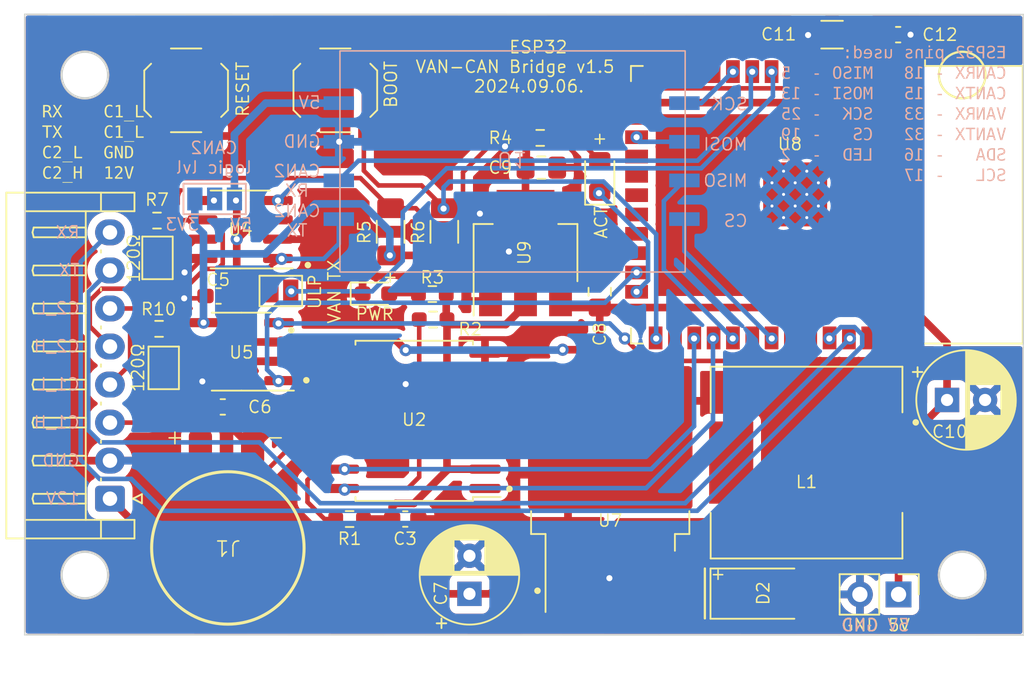
<source format=kicad_pcb>
(kicad_pcb (version 20221018) (generator pcbnew)
  (layers (0 "F.Cu" signal) (31 "B.Cu" signal) (34 "B.Paste" user) (35 "F.Paste" user) (36 "B.SilkS" user "B.Silkscreen") (37 "F.SilkS" user "F.Silkscreen") (38 "B.Mask" user) (39 "F.Mask" user) (44 "Edge.Cuts" user))
  (net 0 "")
  (net 1 "GNDD")
  (net 2 "5V")
  (net 3 "/MOSI")
  (net 4 "/SCK")
  (net 5 "/MISO")
  (net 6 "/+12V")
  (net 7 "/3V3")
  (net 8 "/CAN_TX")
  (net 9 "/CAN_RX")
  (net 10 "Net-(D1-A)")
  (net 11 "/LED")
  (net 12 "Net-(D3-A)")
  (net 13 "/TXD")
  (net 14 "/CAN1_L")
  (net 15 "/CAN1_H")
  (net 16 "/SDA")
  (net 17 "/SCL")
  (net 18 "/RXD")
  (net 19 "/RESET")
  (net 20 "/VBAT")
  (net 21 "/BOOT")
  (net 25 "/ULP_VAN_TX")
  (net 29 "Net-(JP3-C)")
  (net 30 "Net-(JP4-A)")
  (net 32 "Net-(D2-K)")
  (net 33 "Net-(JP5-A)")
  (net 41 "/VAN_H")
  (net 42 "/VAN_L")
  (net 43 "/VAN_TX")
  (net 44 "/VAN_RX")
  (net 48 "/CS")
  (footprint "Button_Switch_SMD:SW_Push_1P1T_XKB_TS-1187A" (layer "F.Cu") (at 122.5296 120.8024 -90)
    (fp_text reference "SW1" hide)
    (fp_text value "SW_Push")
  )
  (footprint "Capacitor_SMD:C_0603_1608Metric_Pad1.08x0.95mm_HandSolder" (layer "F.Cu") (at 124.9393 141.605)
    (fp_text reference "C6")
    (fp_text value "100nF")
  )
  (footprint "LED_SMD:LED_0603_1608Metric_Pad1.05x0.95mm_HandSolder" (layer "F.Cu") (at 135.001 134.1628)
    (fp_text reference "D1" hide)
    (fp_text value "LED")
  )
  (footprint "Package_SO:SOIC-8_3.9x4.9mm_P1.27mm" (layer "F.Cu") (at 126.1629 137.9728 180)
    (fp_text reference "U5")
    (fp_text value "TJA1042T-3")
  )
  (footprint "Capacitor_SMD:C_0603_1608Metric_Pad1.08x0.95mm_HandSolder" (layer "F.Cu") (at 136.9296 148.971 180)
    (fp_text reference "C3")
    (fp_text value "100nF")
  )
  (footprint "Capacitor_SMD:C_0805_2012Metric_Pad1.18x1.45mm_HandSolder" (layer "F.Cu") (at 149.7076 134.0358 90)
    (fp_text reference "C8")
    (fp_text value "10uF")
  )
  (footprint "Capacitor_SMD:C_1206_3216Metric_Pad1.33x1.80mm_HandSolder" (layer "F.Cu") (at 164.973 117.1448)
    (fp_text reference "C11")
    (fp_text value "22uF")
  )
  (footprint "Package_TO_SOT_SMD:TO-263-5_TabPin3" (layer "F.Cu") (at 150.397 145.131 90)
    (fp_text reference "U7")
    (fp_text value "LM2596S-5")
  )
  (footprint "Inductor_SMD:L_12x12mm_H8mm" (layer "F.Cu") (at 163.2966 145.2626 180)
    (fp_text reference "L1")
    (fp_text value "47uh")
  )
  (footprint "Resistor_SMD:R_0603_1608Metric_Pad0.98x0.95mm_HandSolder" (layer "F.Cu") (at 120.6168 129.35945 180)
    (fp_text reference "R7")
    (fp_text value "120")
  )
  (footprint "Jumper:SolderJumper-2_P1.3mm_Open_Pad1.0x1.5mm" (layer "F.Cu") (at 121.0575 139.0396 90)
    (fp_text reference "JP5" hide)
    (fp_text value "SolderJumper_2_Open")
  )
  (footprint "Connector_PinHeader_2.54mm:PinHeader_1x02_P2.54mm_Vertical" (layer "F.Cu") (at 169.3418 153.924 -90)
    (fp_text reference "J3" hide)
    (fp_text value "Conn_01x02_Pin")
  )
  (footprint "LED_SMD:LED_0805_2012Metric_Pad1.15x1.40mm_HandSolder" (layer "F.Cu") (at 149.7076 126.4576 90)
    (fp_text reference "D3" hide)
    (fp_text value "LED")
  )
  (footprint "Package_SO:SOIC-16W_7.5x10.3mm_P1.27mm" (layer "F.Cu") (at 137.5174 142.5194 180)
    (fp_text reference "U2")
    (fp_text value "DS3231M")
  )
  (footprint "Package_SO:SOIC-8_3.9x4.9mm_P1.27mm" (layer "F.Cu") (at 126.0867 129.9464 180)
    (fp_text reference "U4")
    (fp_text value "TJA1042T-3")
  )
  (footprint "Resistor_SMD:R_1206_3216Metric_Pad1.30x1.75mm_HandSolder" (layer "F.Cu") (at 139.4968 130.0988 -90)
    (fp_text reference "R6")
    (fp_text value "10K")
  )
  (footprint "Capacitor_SMD:C_0805_2012Metric_Pad1.18x1.45mm_HandSolder" (layer "F.Cu") (at 145.8722 125.8824)
    (fp_text reference "C9")
    (fp_text value "100nF")
  )
  (footprint "Jumper:SolderJumper-2_P1.3mm_Open_Pad1.0x1.5mm" (layer "F.Cu") (at 128.7537 133.985)
    (fp_text reference "JP2" hide)
    (fp_text value "SolderJumper_2_Open")
  )
  (footprint "DS3231_BatteryHolder:DS3231_BatteryHolder" (layer "F.Cu") (at 125.2728 152.4284 180)
    (fp_text reference "J1")
    (fp_text value "Conn_01x02_Pin")
  )
  (footprint "Capacitor_THT:CP_Radial_D6.3mm_P2.50mm" (layer "F.Cu") (at 172.52822 141.1478)
    (fp_text reference "C10")
    (fp_text value "220uF")
  )
  (footprint "Resistor_SMD:R_0603_1608Metric_Pad0.98x0.95mm_HandSolder" (layer "F.Cu") (at 138.7584 135.8646 180)
    (fp_text reference "R2")
    (fp_text value "4.7K")
  )
  (footprint "Button_Switch_SMD:SW_Push_1P1T_XKB_TS-1187A" (layer "F.Cu") (at 132.334 120.8024 90)
    (fp_text reference "SW2" hide)
    (fp_text value "SW_Push")
  )
  (footprint "Jumper:SolderJumper-2_P1.3mm_Open_Pad1.0x1.5mm" (layer "F.Cu") (at 120.65 131.811 -90)
    (fp_text reference "JP4" hide)
    (fp_text value "SolderJumper_2_Open")
  )
  (footprint "Capacitor_SMD:C_0603_1608Metric_Pad1.08x0.95mm_HandSolder" (layer "F.Cu") (at 169.3164 117.1448 180)
    (fp_text reference "C12")
    (fp_text value "100nF")
  )
  (footprint "Package_TO_SOT_SMD:SOT-223-3_TabPin2" (layer "F.Cu") (at 144.8308 131.4958 90)
    (fp_text reference "U9")
    (fp_text value "AP1117-33")
  )
  (footprint "Capacitor_THT:CP_Radial_D6.3mm_P2.50mm" (layer "F.Cu") (at 141.1478 153.8872 90)
    (fp_text reference "C7")
    (fp_text value "100uF")
  )
  (footprint "Resistor_SMD:R_0603_1608Metric_Pad0.98x0.95mm_HandSolder" (layer "F.Cu") (at 138.7094 134.1882)
    (fp_text reference "R3")
    (fp_text value "5.1K")
  )
  (footprint "Diode_SMD:D_SMA" (layer "F.Cu") (at 160.496 153.8732)
    (fp_text reference "D2")
    (fp_text value "SS34")
  )
  (footprint "Connector_JST:JST_EH_S8B-EH_1x08_P2.50mm_Horizontal" (layer "F.Cu") (at 117.5258 147.6356 90)
    (fp_text reference "J2" hide)
    (fp_text value "Conn_01x08_Pin")
  )
  (footprint "Resistor_SMD:R_1206_3216Metric_Pad1.30x1.75mm_HandSolder" (layer "F.Cu") (at 135.9662 130.0982 -90)
    (fp_text reference "R5")
    (fp_text value "10K")
  )
  (footprint "RF_Module:ESP32-WROOM-32" (layer "F.Cu") (at 161.6398 128.3208 -90)
    (fp_text reference "U8")
    (fp_text value "ESP32-WROOM-32")
  )
  (footprint "Resistor_SMD:R_0603_1608Metric_Pad0.98x0.95mm_HandSolder" (layer "F.Cu") (at 120.7527 136.4742 180)
    (fp_text reference "R10")
    (fp_text value "120")
  )
  (footprint "Capacitor_SMD:C_0603_1608Metric_Pad1.08x0.95mm_HandSolder" (layer "F.Cu") (at 124.6643 134.3152)
    (fp_text reference "C5")
    (fp_text value "100nF")
  )
  (footprint "Resistor_SMD:R_0603_1608Metric_Pad0.98x0.95mm_HandSolder" (layer "F.Cu") (at 145.796 123.9266 180)
    (fp_text reference "R4")
    (fp_text value "5.1K")
  )
  (footprint "Resistor_SMD:R_0603_1608Metric_Pad0.98x0.95mm_HandSolder" (layer "F.Cu") (at 133.272 148.971 180)
    (fp_text reference "R1")
    (fp_text value "4.7K")
  )
  (footprint "PSAVanCanBridge_v15:SPI_Shield" (layer "B.Cu") (at 143.9543 126.4412)
    (fp_text reference "U1")
    (fp_text value "~")
  )
  (footprint "Jumper:SolderJumper-3_P1.3mm_Open_Pad1.0x1.5mm_NumberLabels" (layer "B.Cu") (at 124.4046 127.9398 180)
    (fp_text reference "JP3" hide)
    (fp_text value "SolderJumper_3_Open")
  )
  (gr_circle (center 173.525 119.795718) (end 175.054283 119.795718) (stroke (width 0.15)) (fill none) (layer "F.SilkS"))
  (gr_circle (center 130.5317 132.2832) (end 130.670624 132.2832) (stroke (width 0.15)) (fill solid) (layer "F.SilkS"))
  (gr_circle (center 143.775676 146.9898) (end 143.9146 146.9898) (stroke (width 0.15)) (fill solid) (layer "F.SilkS"))
  (gr_circle (center 130.4301 139.8524) (end 130.569024 139.8524) (stroke (width 0.15)) (fill solid) (layer "F.SilkS"))
  (gr_circle (center 145.6182 153.683476) (end 145.757124 153.683476) (stroke (width 0.15)) (fill solid) (layer "F.SilkS"))
  (gr_circle (center 170.472876 142.621) (end 170.6118 142.621) (stroke (width 0.15)) (fill solid) (layer "F.SilkS"))
  (gr_circle (center 129.4384 136.563876) (end 129.577324 136.563876) (stroke (width 0.15)) (fill solid) (layer "F.SilkS"))
  (gr_line (start 156.6164 152.2222) (end 156.6164 155.4988) (stroke (width 0.15)) (layer "F.SilkS"))
  (gr_circle (center 115.875 119.795718) (end 116.891 120.938718) (stroke (width 0.15)) (fill none) (layer "Edge.Cuts"))
  (gr_circle (center 173.525 152.65) (end 174.541 153.793) (stroke (width 0.15)) (fill none) (layer "Edge.Cuts"))
  (gr_line (start 177.546 115.824) (end 177.546 156.591) (stroke (width 0.1)) (layer "Edge.Cuts"))
  (gr_line (start 177.546 156.591) (end 111.925 156.575) (stroke (width 0.1)) (layer "Edge.Cuts"))
  (gr_line (start 111.925 115.808) (end 177.546 115.824) (stroke (width 0.1)) (layer "Edge.Cuts"))
  (gr_circle (center 115.875 152.65) (end 116.891 153.793) (stroke (width 0.15)) (fill none) (layer "Edge.Cuts"))
  (gr_line (start 111.925 156.575) (end 111.925 115.808) (stroke (width 0.1)) (layer "Edge.Cuts"))
  (gr_text "CAN2\nTX" (at 129.8194 130.4798) (layer "B.SilkS") (effects (font (size 0.8 0.8) (thickness 0.1)) (justify bottom mirror)))
  (gr_text "5V GND" (at 170.1292 156.4132) (layer "B.SilkS") (effects (font (size 0.8 0.8) (thickness 0.1)) (justify left bottom mirror)))
  (gr_text "CAN2\nRX" (at 129.8194 127.8636) (layer "B.SilkS") (effects (font (size 0.8 0.8) (thickness 0.1)) (justify bottom mirror)))
  (gr_text "MOSI" (at 159.4866 124.8156) (layer "B.SilkS") (effects (font (size 0.8 0.8) (thickness 0.1)) (justify left bottom mirror)))
  (gr_text "ESP32 pins used:\nCANRX - 18   MISO -  5\nCANTX - 15   MOSI - 13\nVANRX - 33   SCK  - 25\nVANTX - 32   CS   - 19\nSDA   - 16   LED  -  2\nSCL   - 17" (at 176.4284 126.8984) (layer "B.SilkS") (effects (font (size 0.8 0.8) (thickness 0.1)) (justify left bottom mirror)))
  (gr_text "GND" (at 115.5954 145.5921) (layer "B.SilkS") (effects (font (size 0.8 0.8) (thickness 0.1)) (justify left bottom mirror)))
  (gr_text "RX" (at 115.5954 130.6068) (layer "B.SilkS") (effects (font (size 0.8 0.8) (thickness 0.1)) (justify left bottom mirror)))
  (gr_text "SCK" (at 159.4866 122.174) (layer "B.SilkS") (effects (font (size 0.8 0.8) (thickness 0.1)) (justify left bottom mirror)))
  (gr_text "GND" (at 131.432257 124.6378) (layer "B.SilkS") (effects (font (size 0.8 0.8) (thickness 0.1)) (justify left bottom mirror)))
  (gr_text "C2_H" (at 115.5954 138.0921) (layer "B.SilkS") (effects (font (size 0.8 0.8) (thickness 0.1)) (justify left bottom mirror)))
  (gr_text "C2_L" (at 115.5954 135.5921) (layer "B.SilkS") (effects (font (size 0.8 0.8) (thickness 0.1)) (justify left bottom mirror)))
  (gr_text "CAN2\nlogic lvl" (at 124.3584 126.3396) (layer "B.SilkS") (effects (font (size 0.8 0.8) (thickness 0.1)) (justify bottom mirror)))
  (gr_text "MISO" (at 159.4866 127.2032) (layer "B.SilkS") (effects (font (size 0.8 0.8) (thickness 0.1)) (justify left bottom mirror)))
  (gr_text "12V" (at 115.5954 148.0921) (layer "B.SilkS") (effects (font (size 0.8 0.8) (thickness 0.1)) (justify left bottom mirror)))
  (gr_text "C1_L" (at 115.5954 140.5921) (layer "B.SilkS") (effects (font (size 0.8 0.8) (thickness 0.1)) (justify left bottom mirror)))
  (gr_text "CS" (at 159.4866 129.8448) (layer "B.SilkS") (effects (font (size 0.8 0.8) (thickness 0.1)) (justify left bottom mirror)))
  (gr_text "C1_H" (at 115.5954 143.0921) (layer "B.SilkS") (effects (font (size 0.8 0.8) (thickness 0.1)) (justify left bottom mirror)))
  (gr_text "5V" (at 131.432257 122.0724) (layer "B.SilkS") (effects (font (size 0.8 0.8) (thickness 0.1)) (justify left bottom mirror)))
  (gr_text "TX" (at 115.5954 133.0921) (layer "B.SilkS") (effects (font (size 0.8 0.8) (thickness 0.1)) (justify left bottom mirror)))
  (gr_text "     ESP32\nVAN-CAN Bridge v1.5\n   2024.09.06." (at 144.145 119.253) (layer "F.SilkS") (effects (font (size 0.8 0.8) (thickness 0.1))))
  (gr_text "RESET" (at 126.7206 122.6058 90) (layer "F.SilkS") (effects (font (size 0.8 0.8) (thickness 0.1)) (justify left bottom)))
  (gr_text "120Ω" (at 119.8372 140.6906 90) (layer "F.SilkS") (effects (font (size 0.8 0.8) (thickness 0.1)) (justify left bottom)))
  (gr_text "ULP\nVAN TX" (at 132.7404 134.0358 90) (layer "F.SilkS") (effects (font (size 0.8 0.8) (thickness 0.1)) (justify bottom)))
  (gr_text "+" (at 149.1488 124.4092) (layer "F.SilkS") (effects (font (size 0.8 0.8) (thickness 0.1)) (justify left bottom)))
  (gr_text "GND 5V" (at 165.5318 156.4132) (layer "F.SilkS") (effects (font (size 0.8 0.8) (thickness 0.1)) (justify left bottom)))
  (gr_text "RX    C1_L\nTX    C1_L\nC2_L  GND\nC2_H  12V" (at 113.0554 126.746) (layer "F.SilkS") (effects (font (size 0.8 0.8) (thickness 0.1)) (justify left bottom)))
  (gr_text "ACT" (at 150.2664 130.6068 90) (layer "F.SilkS") (effects (font (size 0.8 0.8) (thickness 0.1)) (justify left bottom)))
  (gr_text "+" (at 156.9212 153.035) (layer "F.SilkS") (effects (font (size 0.8 0.8) (thickness 0.1)) (justify left bottom)))
  (gr_text "PWR" (at 133.604 135.9662) (layer "F.SilkS") (effects (font (size 0.8 0.8) (thickness 0.1)) (justify left bottom)))
  (gr_text "BOOT" (at 136.4488 122.0216 90) (layer "F.SilkS") (effects (font (size 0.8 0.8) (thickness 0.1)) (justify left bottom)))
  (gr_text "120Ω" (at 119.5578 133.5024 90) (layer "F.SilkS") (effects (font (size 0.8 0.8) (thickness 0.1)) (justify left bottom)))
  (gr_text "+" (at 135.382 133.5024) (layer "F.SilkS") (effects (font (size 0.8 0.8) (thickness 0.1)) (justify left bottom)))
  (segment (start 122.6973 132.7658) (end 123.6117 131.8514) (width 0.3) (layer "F.Cu") (net 1))
  (segment (start 122.428 132.7658) (end 122.6973 132.7658) (width 0.3) (layer "F.Cu") (net 1))
  (segment (start 122.4026 134.4676) (end 123.6494 134.4676) (width 0.3) (layer "F.Cu") (net 1))
  (segment (start 123.6494 134.4676) (end 123.8018 134.3152) (width 0.3) (layer "F.Cu") (net 1))
  (via (at 123.5964 139.9286) (size 0.8) (drill 0.4) (layers "F.Cu" "B.Cu") (net 1))
  (via (at 136.9568 140.1064) (size 0.8) (drill 0.4) (layers "F.Cu" "B.Cu") (net 1))
  (via (at 122.428 132.7658) (size 0.8) (drill 0.4) (layers "F.Cu" "B.Cu") (net 1))
  (via (at 170.1292 117.1448) (size 0.8) (drill 0.4) (layers "F.Cu" "B.Cu") (net 1))
  (via (at 150.3426 152.8572) (size 0.8) (drill 0.4) (layers "F.Cu" "B.Cu") (net 1))
  (via (at 163.3982 117.1702) (size 0.8) (drill 0.4) (layers "F.Cu" "B.Cu") (net 1))
  (via (at 143.4846 124.4854) (size 0.8) (drill 0.4) (layers "F.Cu" "B.Cu") (net 1))
  (via (at 143.7386 131.3942) (size 0.8) (drill 0.4) (layers "F.Cu" "B.Cu") (net 1))
  (via (at 141.8336 128.905) (size 0.8) (drill 0.4) (layers "F.Cu" "B.Cu") (net 1))
  (via (at 132.588 124.1806) (size 0.8) (drill 0.4) (layers "F.Cu" "B.Cu") (net 1))
  (via (at 122.4026 134.4676) (size 0.8) (drill 0.4) (layers "F.Cu" "B.Cu") (net 1))
  (segment (start 141.8336 128.905) (end 141.8336 129.4892) (width 0.3) (layer "B.Cu") (net 1))
  (segment (start 141.8336 129.4892) (end 143.7386 131.3942) (width 0.3) (layer "B.Cu") (net 1))
  (segment (start 128.6379 137.3378) (end 125.8805 137.3378) (width 0.5) (layer "F.Cu") (net 2))
  (segment (start 125.8551 130.6098) (end 125.8551 137.3124) (width 0.5) (layer "F.Cu") (net 2))
  (segment (start 128.4478 129.3114) (end 127.1535 129.3114) (width 0.5) (layer "F.Cu") (net 2))
  (segment (start 152.097 150.9547) (end 152.097 152.781) (width 0.5) (layer "F.Cu") (net 2))
  (segment (start 168.2466 145.2626) (end 168.2466 150.5974) (width 0.5) (layer "F.Cu") (net 2))
  (segment (start 149.7076 135.0733) (end 170.1923 135.0733) (width 0.5) (layer "F.Cu") (net 2))
  (segment (start 128.5494 129.3114) (end 128.4986 129.3622) (width 0.5) (layer "F.Cu") (net 2))
  (segment (start 125.8835 130.5814) (end 125.857 130.5814) (width 0.5) (layer "F.Cu") (net 2))
  (segment (start 128.6379 137.3378) (end 128.7513 137.2244) (width 0.5) (layer "F.Cu") (net 2))
  (segment (start 172.52822 137.40922) (end 170.1923 135.0733) (width 0.5) (layer "F.Cu") (net 2))
  (segment (start 128.7513 137.2244) (end 136.31 137.2244) (width 0.5) (layer "F.Cu") (net 2))
  (segment (start 125.857 130.5814) (end 125.857 130.6079) (width 0.5) (layer "F.Cu") (net 2))
  (segment (start 125.857 128.0922) (end 125.8062 128.0414) (width 0.5) (layer "F.Cu") (net 2))
  (segment (start 127.1535 129.3114) (end 125.8835 130.5814) (width 0.5) (layer "F.Cu") (net 2))
  (segment (start 168.2466 150.5974) (end 169.3418 151.6926) (width 0.5) (layer "F.Cu") (net 2))
  (segment (start 128.5617 129.3114) (end 128.5494 129.3114) (width 0.5) (layer "F.Cu") (net 2))
  (segment (start 161.6626 149.8447) (end 162.4183 150.6004) (width 0.5) (layer "F.Cu") (net 2))
  (segment (start 149.7076 135.0733) (end 147.5583 135.0733) (width 0.5) (layer "F.Cu") (net 2))
  (segment (start 161.6626 149.8447) (end 153.207 149.8447) (width 0.5) (layer "F.Cu") (net 2))
  (segment (start 153.207 149.8447) (end 152.097 150.9547) (width 0.5) (layer "F.Cu") (net 2))
  (segment (start 172.52822 141.1478) (end 172.52822 137.40922) (width 0.5) (layer "F.Cu") (net 2))
  (segment (start 147.2692 137.8458) (end 148.8694 137.8458) (width 0.5) (layer "F.Cu") (net 2))
  (segment (start 125.857 130.6079) (end 125.8551 130.6098) (width 0.5) (layer "F.Cu") (net 2))
  (segment (start 125.8551 137.3124) (end 125.8551 141.5517) (width 0.5) (layer "F.Cu") (net 2))
  (segment (start 168.2466 150.5974) (end 168.2496 150.6004) (width 0.5) (layer "F.Cu") (net 2))
  (segment (start 125.857 127.9652) (end 125.8062 127.9144) (width 0.5) (layer "F.Cu") (net 2))
  (segment (start 147.5583 135.0733) (end 147.1308 134.6458) (width 0.5) (layer "F.Cu") (net 2))
  (segment (start 168.41342 145.2626) (end 172.52822 141.1478) (width 0.5) (layer "F.Cu") (net 2))
  (segment (start 168.2466 145.2626) (end 168.41342 145.2626) (width 0.5) (layer "F.Cu") (net 2))
  (segment (start 169.3418 151.6926) (end 169.3418 153.924) (width 0.5) (layer "F.Cu") (net 2))
  (segment (start 149.7076 137.0076) (end 149.7076 135.0733) (width 0.5) (layer "F.Cu") (net 2))
  (segment (start 136.31 137.2244) (end 136.9568 137.8712) (width 0.5) (layer "F.Cu") (net 2))
  (segment (start 148.8694 137.8458) (end 149.7076 137.0076) (width 0.5) (layer "F.Cu") (net 2))
  (segment (start 125.857 130.5814) (end 125.857 128.0922) (width 0.5) (layer "F.Cu") (net 2))
  (segment (start 128.4986 129.3622) (end 128.4478 129.3114) (width 0.5) (layer "F.Cu") (net 2))
  (segment (start 162.4183 150.6004) (end 168.2496 150.6004) (width 0.5) (layer "F.Cu") (net 2))
  (via (at 125.8062 128.0414) (size 0.8) (drill 0.4) (layers "F.Cu" "B.Cu") (net 2))
  (via (at 136.9568 137.8712) (size 0.8) (drill 0.4) (layers "F.Cu" "B.Cu") (net 2))
  (via (at 147.2692 137.8458) (size 0.8) (drill 0.4) (layers "F.Cu" "B.Cu") (net 2))
  (via (at 125.857 130.5814) (size 0.8) (drill 0.4) (layers "F.Cu" "B.Cu") (net 2))
  (segment (start 147.2438 137.8712) (end 147.2692 137.8458) (width 0.5) (layer "B.Cu") (net 2))
  (segment (start 132.5624 121.6433) (end 127.7593 121.6433) (width 0.5) (layer "B.Cu") (net 2))
  (segment (start 125.7046 123.698) (end 125.7046 127.9398) (width 0.5) (layer "B.Cu") (net 2))
  (segment (start 127.7593 121.6433) (end 125.7046 123.698) (width 0.5) (layer "B.Cu") (net 2))
  (segment (start 136.9568 137.8712) (end 147.2438 137.8712) (width 0.5) (layer "B.Cu") (net 2))
  (segment (start 125.8062 127.9144) (end 125.857 127.8636) (width 0.5) (layer "B.Cu") (net 2))
  (via (at 152.1298 123.8808) (size 0.8) (drill 0.4) (layers "F.Cu" "B.Cu") (net 3))
  (segment (start 152.0698 123.952) (end 152.3011 124.1833) (width 0.3) (layer "B.Cu") (net 3))
  (segment (start 152.3011 124.1833) (end 155.2704 124.1833) (width 0.3) (layer "B.Cu") (net 3))
  (via (at 158.4598 119.5832) (size 0.8) (drill 0.4) (layers "F.Cu" "B.Cu") (net 4))
  (segment (start 155.2704 121.6433) (end 156.3851 121.6433) (width 0.3) (layer "B.Cu") (net 4))
  (segment (start 156.3851 121.6433) (end 158.4452 119.5832) (width 0.3) (layer "B.Cu") (net 4))
  (via (at 158.4452 137.1092) (size 0.8) (drill 0.4) (layers "F.Cu" "B.Cu") (net 5))
  (segment (start 153.9204 128.0733) (end 155.2704 126.7233) (width 0.3) (layer "B.Cu") (net 5))
  (segment (start 153.9204 132.5844) (end 153.9204 128.0733) (width 0.3) (layer "B.Cu") (net 5))
  (segment (start 158.4452 137.1092) (end 153.9204 132.5844) (width 0.3) (layer "B.Cu") (net 5))
  (segment (start 123.7774 153.8872) (end 117.5258 147.6356) (width 0.5) (layer "F.Cu") (net 6))
  (segment (start 141.1478 153.8872) (end 123.7774 153.8872) (width 0.5) (layer "F.Cu") (net 6))
  (segment (start 141.1478 153.8872) (end 142.4997 153.8872) (width 0.5) (layer "F.Cu") (net 6))
  (segment (start 142.4997 153.8872) (end 143.6059 152.781) (width 0.5) (layer "F.Cu") (net 6))
  (segment (start 143.6059 152.781) (end 146.997 152.781) (width 0.5) (layer "F.Cu") (net 6))
  (segment (start 139.6219 135.8156) (end 139.6709 135.8646) (width 0.5) (layer "F.Cu") (net 7))
  (segment (start 137.4974 147.946) (end 136.3036 147.946) (width 0.5) (layer "F.Cu") (net 7))
  (segment (start 166.5355 117.1448) (end 168.4539 117.1448) (width 0.5) (layer "F.Cu") (net 7))
  (segment (start 142.1384 145.6944) (end 139.749 145.6944) (width 0.5) (layer "F.Cu") (net 7))
  (segment (start 139.4962 131.6482) (end 139.4968 131.6488) (width 0.5) (layer "F.Cu") (net 7))
  (segment (start 139.749 145.6944) (end 139.6709 145.7725) (width 0.5) (layer "F.Cu") (net 7))
  (segment (start 143.5308 136.1958) (end 140.0021 136.1958) (width 0.5) (layer "F.Cu") (net 7))
  (segment (start 144.8308 128.3458) (end 141.5278 131.6488) (width 0.5) (layer "F.Cu") (net 7))
  (segment (start 144.8308 134.6458) (end 144.8308 134.8958) (width 0.5) (layer "F.Cu") (net 7))
  (segment (start 168.4539 119.4049) (end 168.6198 119.5708) (width 0.5) (layer "F.Cu") (net 7))
  (segment (start 144.8835 125.8336) (end 144.8347 125.8824) (width 0.5) (layer "F.Cu") (net 7))
  (segment (start 136.3036 147.946) (end 136.0671 148.1825) (width 0.5) (layer "F.Cu") (net 7))
  (segment (start 139.6219 134.1882) (end 139.6219 135.8156) (width 0.5) (layer "F.Cu") (net 7))
  (segment (start 144.8308 128.3458) (end 144.8308 125.8863) (width 0.5) (layer "F.Cu") (net 7))
  (segment (start 136.0671 148.971) (end 134.1845 148.971) (width 0.5) (layer "F.Cu") (net 7))
  (segment (start 139.6709 143.1544) (end 139.6709 145.7725) (width 0.5) (layer "F.Cu") (net 7))
  (segment (start 144.8835 123.9266) (end 147.1993 121.6108) (width 0.5) (layer "F.Cu") (net 7))
  (segment (start 139.4968 134.0631) (end 139.6219 134.1882) (width 0.5) (layer "F.Cu") (net 7))
  (segment (start 139.4968 131.6488) (end 139.4968 134.0631) (width 0.5) (layer "F.Cu") (net 7))
  (segment (start 144.8308 125.8863) (end 144.8347 125.8824) (width 0.5) (layer "F.Cu") (net 7))
  (segment (start 147.1993 121.6108) (end 167.8298 121.6108) (width 0.5) (layer "F.Cu") (net 7))
  (segment (start 168.4539 117.1448) (end 168.4539 119.4049) (width 0.5) (layer "F.Cu") (net 7))
  (segment (start 140.0021 136.1958) (end 139.6709 135.8646) (width 0.5) (layer "F.Cu") (net 7))
  (segment (start 167.8298 121.6108) (end 168.6198 120.8208) (width 0.5) (layer "F.Cu") (net 7))
  (segment (start 136.0671 148.1825) (end 136.0671 148.971) (width 0.5) (layer "F.Cu") (net 7))
  (segment (start 144.8308 134.8958) (end 143.5308 136.1958) (width 0.5) (layer "F.Cu") (net 7))
  (segment (start 135.9154 131.6482) (end 139.4962 131.6482) (width 0.5) (layer "F.Cu") (net 7))
  (segment (start 168.6198 120.8208) (end 168.6198 119.5708) (width 0.5) (layer "F.Cu") (net 7))
  (segment (start 144.8835 123.9266) (end 144.8835 125.8336) (width 0.5) (layer "F.Cu") (net 7))
  (segment (start 139.6709 135.8646) (end 139.6709 143.1544) (width 0.5) (layer "F.Cu") (net 7))
  (segment (start 139.6709 145.7725) (end 137.4974 147.946) (width 0.5) (layer "F.Cu") (net 7))
  (segment (start 135.9662 131.6482) (end 135.9154 131.6482) (width 0.5) (layer "F.Cu") (net 7))
  (segment (start 141.5278 131.6488) (end 139.4968 131.6488) (width 0.5) (layer "F.Cu") (net 7))
  (segment (start 142.1384 143.1544) (end 139.6709 143.1544) (width 0.5) (layer "F.Cu") (net 7))
  (via (at 135.9154 131.6482) (size 0.8) (drill 0.4) (layers "F.Cu" "B.Cu") (net 7))
  (via (at 123.6726 136.0678) (size 0.8) (drill 0.4) (layers "F.Cu" "B.Cu") (net 7))
  (segment (start 123.6726 131.5212) (end 123.6726 130.227397) (width 0.5) (layer "B.Cu") (net 7))
  (segment (start 135.9154 130.0663) (end 134.1124 128.2633) (width 0.5) (layer "B.Cu") (net 7))
  (segment (start 123.698 131.5466) (end 123.6726 131.5212) (width 0.5) (layer "B.Cu") (net 7))
  (segment (start 123.6726 130.227397) (end 123.1046 129.659397) (width 0.5) (layer "B.Cu") (net 7))
  (segment (start 123.1046 129.659397) (end 123.1046 127.9398) (width 0.5) (layer "B.Cu") (net 7))
  (segment (start 131.0124 128.2633) (end 127.7291 131.5466) (width 0.5) (layer "B.Cu") (net 7))
  (segment (start 135.9154 131.6482) (end 135.9154 130.0663) (width 0.5) (layer "B.Cu") (net 7))
  (segment (start 123.6726 136.0678) (end 123.6726 131.5212) (width 0.5) (layer "B.Cu") (net 7))
  (segment (start 127.7291 131.5466) (end 123.698 131.5466) (width 0.5) (layer "B.Cu") (net 7))
  (segment (start 134.1124 128.2633) (end 131.0124 128.2633) (width 0.5) (layer "B.Cu") (net 7))
  (via (at 128.6002 139.9032) (size 0.8) (drill 0.4) (layers "F.Cu" "B.Cu") (net 8))
  (via (at 152.1298 132.7708) (size 0.8) (drill 0.4) (layers "F.Cu" "B.Cu") (net 8))
  (segment (start 128.6376 134.7604) (end 127.8502 135.5478) (width 0.3) (layer "B.Cu") (net 8))
  (segment (start 150.0498 134.7604) (end 128.6376 134.7604) (width 0.3) (layer "B.Cu") (net 8))
  (segment (start 127.8502 139.1532) (end 128.6002 139.9032) (width 0.3) (layer "B.Cu") (net 8))
  (segment (start 152.0698 132.7404) (end 150.0498 134.7604) (width 0.3) (layer "B.Cu") (net 8))
  (segment (start 127.8502 135.5478) (end 127.8502 139.1532) (width 0.3) (layer "B.Cu") (net 8))
  (segment (start 152.8304 138.581) (end 159.2696 138.581) (width 0.3) (layer "F.Cu") (net 9))
  (segment (start 159.7298 138.1208) (end 159.7298 137.0708) (width 0.3) (layer "F.Cu") (net 9))
  (segment (start 151.3586 137.1092) (end 152.8304 138.581) (width 0.3) (layer "F.Cu") (net 9))
  (segment (start 159.2696 138.581) (end 159.7298 138.1208) (width 0.3) (layer "F.Cu") (net 9))
  (via (at 151.3586 137.1092) (size 0.8) (drill 0.4) (layers "F.Cu" "B.Cu") (net 9))
  (via (at 128.6002 136.1186) (size 0.8) (drill 0.4) (layers "F.Cu" "B.Cu") (net 9))
  (segment (start 151.3586 137.1092) (end 150.368 136.1186) (width 0.3) (layer "B.Cu") (net 9))
  (segment (start 150.368 136.1186) (end 128.6002 136.1186) (width 0.3) (layer "B.Cu") (net 9))
  (segment (start 137.7715 134.1628) (end 137.7969 134.1882) (width 0.3) (layer "F.Cu") (net 10))
  (segment (start 135.9014 134.1882) (end 135.876 134.1628) (width 0.3) (layer "F.Cu") (net 10))
  (segment (start 137.7969 134.1882) (end 135.9014 134.1882) (width 0.3) (layer "F.Cu") (net 10))
  (via (at 149.6568 127.5588) (size 0.8) (drill 0.4) (layers "F.Cu" "B.Cu") (net 11))
  (via (at 152.1298 134.0408) (size 0.8) (drill 0.4) (layers "F.Cu" "B.Cu") (net 11))
  (segment (start 152.8826 133.288) (end 152.8826 130.7846) (width 0.3) (layer "B.Cu") (net 11))
  (segment (start 152.1298 134.0408) (end 152.8826 133.288) (width 0.3) (layer "B.Cu") (net 11))
  (segment (start 152.8826 130.7846) (end 149.6568 127.5588) (width 0.3) (layer "B.Cu") (net 11))
  (segment (start 149.7076 125.4326) (end 148.2016 123.9266) (width 0.3) (layer "F.Cu") (net 12))
  (segment (start 148.2016 123.9266) (end 146.7085 123.9266) (width 0.3) (layer "F.Cu") (net 12))
  (via (at 166.1414 137.1092) (size 0.8) (drill 0.4) (layers "F.Cu" "B.Cu") (net 13))
  (segment (start 117.5258 132.6356) (end 116.1008 134.0606) (width 0.3) (layer "B.Cu") (net 13))
  (segment (start 116.1008 134.0606) (end 116.1008 143.132656) (width 0.3) (layer "B.Cu") (net 13))
  (segment (start 116.1008 143.132656) (end 116.903744 143.9356) (width 0.3) (layer "B.Cu") (net 13))
  (segment (start 155.321 147.9296) (end 166.1414 137.1092) (width 0.3) (layer "B.Cu") (net 13))
  (segment (start 116.903744 143.9356) (end 127.3494 143.9356) (width 0.3) (layer "B.Cu") (net 13))
  (segment (start 127.3494 143.9356) (end 131.3434 147.9296) (width 0.3) (layer "B.Cu") (net 13))
  (segment (start 131.3434 147.9296) (end 155.321 147.9296) (width 0.3) (layer "B.Cu") (net 13))
  (segment (start 120.8402 135.6492) (end 121.6652 136.4742) (width 0.3) (layer "F.Cu") (net 14))
  (segment (start 118.8508 136.14525) (end 119.34685 135.6492) (width 0.3) (layer "F.Cu") (net 14))
  (segment (start 121.6764 136.4996) (end 122.54 137.3632) (width 0.3) (layer "F.Cu") (net 14))
  (segment (start 119.34685 135.6492) (end 120.8402 135.6492) (width 0.3) (layer "F.Cu") (net 14))
  (segment (start 117.5258 140.1356) (end 118.8508 138.8106) (width 0.3) (layer "F.Cu") (net 14))
  (segment (start 122.54 137.3632) (end 123.8403 137.3632) (width 0.3) (layer "F.Cu") (net 14))
  (segment (start 118.8508 138.8106) (end 118.8508 136.14525) (width 0.3) (layer "F.Cu") (net 14))
  (segment (start 122.7328 138.6078) (end 123.6879 138.6078) (width 0.3) (layer "F.Cu") (net 15))
  (segment (start 121.2757 138.6078) (end 121.0575 138.3896) (width 0.3) (layer "F.Cu") (net 15))
  (segment (start 122.3629 140.3342) (end 122.3629 138.9777) (width 0.3) (layer "F.Cu") (net 15))
  (segment (start 117.5258 142.6356) (end 120.0615 142.6356) (width 0.3) (layer "F.Cu") (net 15))
  (segment (start 122.3629 138.9777) (end 122.7328 138.6078) (width 0.3) (layer "F.Cu") (net 15))
  (segment (start 123.6879 138.6078) (end 121.2757 138.6078) (width 0.3) (layer "F.Cu") (net 15))
  (segment (start 120.0615 142.6356) (end 122.3629 140.3342) (width 0.3) (layer "F.Cu") (net 15))
  (segment (start 132.3595 148.971) (end 131.6228 148.971) (width 0.3) (layer "F.Cu") (net 16))
  (segment (start 131.6228 148.971) (end 130.5052 147.8534) (width 0.3) (layer "F.Cu") (net 16))
  (segment (start 132.8384 145.6944) (end 133.0688 145.6944) (width 0.3) (layer "F.Cu") (net 16))
  (segment (start 133.0688 145.6944) (end 132.3292 145.6944) (width 0.3) (layer "F.Cu") (net 16))
  (segment (start 131.2164 145.6944) (end 132.5909 145.6944) (width 0.3) (layer "F.Cu") (net 16))
  (segment (start 130.5052 146.4056) (end 131.2164 145.6944) (width 0.3) (layer "F.Cu") (net 16))
  (segment (start 130.5052 147.8534) (end 130.5052 146.4056) (width 0.3) (layer "F.Cu") (net 16))
  (via (at 132.9436 145.6944) (size 0.8) (drill 0.4) (layers "F.Cu" "B.Cu") (net 16))
  (via (at 155.9052 137.1092) (size 0.8) (drill 0.4) (layers "F.Cu" "B.Cu") (net 16))
  (segment (start 155.9052 137.1346) (end 155.9052 142.875) (width 0.3) (layer "B.Cu") (net 16))
  (segment (start 155.9052 142.875) (end 153.0858 145.6944) (width 0.3) (layer "B.Cu") (net 16))
  (segment (start 132.9436 145.6944) (end 153.0858 145.6944) (width 0.3) (layer "B.Cu") (net 16))
  (segment (start 133.0452 146.939) (end 132.9436 147.0406) (width 0.3) (layer "F.Cu") (net 17))
  (segment (start 137.8459 135.8646) (end 137.8459 146.20495) (width 0.3) (layer "F.Cu") (net 17))
  (segment (start 137.8459 146.20495) (end 137.11185 146.939) (width 0.3) (layer "F.Cu") (net 17))
  (segment (start 137.11185 146.939) (end 133.0452 146.939) (width 0.3) (layer "F.Cu") (net 17))
  (via (at 132.9436 147.0406) (size 0.8) (drill 0.4) (layers "F.Cu" "B.Cu") (net 17))
  (via (at 157.1498 137.1092) (size 0.8) (drill 0.4) (layers "F.Cu" "B.Cu") (net 17))
  (segment (start 132.9436 147.0406) (end 133.0452 146.939) (width 0.3) (layer "B.Cu") (net 17))
  (segment (start 157.1498 137.1346) (end 157.1498 142.5448) (width 0.3) (layer "B.Cu") (net 17))
  (segment (start 157.1498 142.5448) (end 152.7556 146.939) (width 0.3) (layer "B.Cu") (net 17))
  (segment (start 133.0452 146.939) (end 152.7556 146.939) (width 0.3) (layer "B.Cu") (net 17))
  (via (at 164.7952 137.1092) (size 0.8) (drill 0.4) (layers "F.Cu" "B.Cu") (net 18))
  (segment (start 166.452061 136.3592) (end 166.9542 136.861339) (width 0.3) (layer "B.Cu") (net 18))
  (segment (start 165.5452 136.3592) (end 166.452061 136.3592) (width 0.3) (layer "B.Cu") (net 18))
  (segment (start 116.8462 146.3356) (end 115.6008 145.0902) (width 0.3) (layer "B.Cu") (net 18))
  (segment (start 156.1164 148.4296) (end 121.023 148.4296) (width 0.3) (layer "B.Cu") (net 18))
  (segment (start 115.6008 132.0606) (end 117.5258 130.1356) (width 0.3) (layer "B.Cu") (net 18))
  (segment (start 164.7952 137.1092) (end 165.5452 136.3592) (width 0.3) (layer "B.Cu") (net 18))
  (segment (start 118.929 146.3356) (end 116.8462 146.3356) (width 0.3) (layer "B.Cu") (net 18))
  (segment (start 115.6008 145.0902) (end 115.6008 132.0606) (width 0.3) (layer "B.Cu") (net 18))
  (segment (start 166.9542 136.861339) (end 166.9542 137.5918) (width 0.3) (layer "B.Cu") (net 18))
  (segment (start 166.9542 137.5918) (end 156.1164 148.4296) (width 0.3) (layer "B.Cu") (net 18))
  (segment (start 121.023 148.4296) (end 118.929 146.3356) (width 0.3) (layer "B.Cu") (net 18))
  (segment (start 120.65 125.6792) (end 120.6546 125.6746) (width 0.3) (layer "F.Cu") (net 19))
  (segment (start 138.623272 129.5488) (end 140.370328 129.5488) (width 0.3) (layer "F.Cu") (net 19))
  (segment (start 167.2998 120.6708) (end 167.3498 120.6208) (width 0.3) (layer "F.Cu") (net 19))
  (segment (start 120.6546 123.8024) (end 120.6546 117.8024) (width 0.3) (layer "F.Cu") (net 19))
  (segment (start 140.7218 126.187539) (end 146.238539 120.6708) (width 0.3) (layer "F.Cu") (net 19))
  (segment (start 121.539 126.5682) (end 120.65 125.6792) (width 0.3) (layer "F.Cu") (net 19))
  (segment (start 133.9862 126.5682) (end 135.9662 128.5482) (width 0.3) (layer "F.Cu") (net 19))
  (segment (start 140.7218 129.197328) (end 140.7218 126.187539) (width 0.3) (layer "F.Cu") (net 19))
  (segment (start 137.622672 128.5482) (end 138.623272 129.5488) (width 0.3) (layer "F.Cu") (net 19))
  (segment (start 120.6546 125.6746) (end 120.6546 123.8024) (width 0.3) (layer "F.Cu") (net 19))
  (segment (start 146.238539 120.6708) (end 167.2998 120.6708) (width 0.3) (layer "F.Cu") (net 19))
  (segment (start 135.9662 128.5482) (end 137.622672 128.5482) (width 0.3) (layer "F.Cu") (net 19))
  (segment (start 167.3498 120.6208) (end 167.3498 119.5708) (width 0.3) (layer "F.Cu") (net 19))
  (segment (start 140.370328 129.5488) (end 140.7218 129.197328) (width 0.3) (layer "F.Cu") (net 19))
  (segment (start 133.9862 126.5682) (end 121.539 126.5682) (width 0.3) (layer "F.Cu") (net 19))
  (segment (start 129.17379 144.4244) (end 132.5909 144.4244) (width 0.3) (layer "F.Cu") (net 20))
  (segment (start 125.0132 145.8188) (end 123.4694 144.275) (width 0.3) (layer "F.Cu") (net 20))
  (segment (start 129.17379 144.4244) (end 127.77939 145.8188) (width 0.3) (layer "F.Cu") (net 20))
  (segment (start 127.77939 145.8188) (end 125.0132 145.8188) (width 0.3) (layer "F.Cu") (net 20))
  (segment (start 138.000247 127.052247) (end 135.177353 127.052247) (width 0.3) (layer "F.Cu") (net 21))
  (segment (start 134.209 126.083893) (end 134.209 123.8024) (width 0.3) (layer "F.Cu") (net 21))
  (segment (start 139.446 128.5748) (end 139.446 128.498) (width 0.3) (layer "F.Cu") (net 21))
  (segment (start 139.446 128.498) (end 138.000247 127.052247) (width 0.3) (layer "F.Cu") (net 21))
  (segment (start 135.177353 127.052247) (end 134.209 126.083893) (width 0.3) (layer "F.Cu") (net 21))
  (segment (start 139.446 128.5748) (end 139.5228 128.5748) (width 0.3) (layer "F.Cu") (net 21))
  (segment (start 134.209 123.8024) (end 134.209 117.8024) (width 0.3) (layer "F.Cu") (net 21))
  (segment (start 139.5228 128.5748) (end 139.4968 128.5488) (width 0.3) (layer "F.Cu") (net 21))
  (via (at 153.416 137.1092) (size 0.8) (drill 0.4) (layers "F.Cu" "B.Cu") (net 21))
  (via (at 139.446 128.5748) (size 0.8) (drill 0.4) (layers "F.Cu" "B.Cu") (net 21))
  (segment (start 149.955461 126.7968) (end 139.827 126.7968) (width 0.3) (layer "B.Cu") (net 21))
  (segment (start 153.416 130.257339) (end 149.955461 126.7968) (width 0.3) (layer "B.Cu") (net 21))
  (segment (start 153.416 137.1092) (end 153.416 130.257339) (width 0.3) (layer "B.Cu") (net 21))
  (segment (start 139.827 126.7968) (end 139.446 127.1778) (width 0.3) (layer "B.Cu") (net 21))
  (segment (start 139.446 127.1778) (end 139.446 128.5748) (width 0.3) (layer "B.Cu") (net 21))
  (via (at 160.9998 119.5832) (size 0.8) (drill 0.4) (layers "F.Cu" "B.Cu") (net 25))
  (via (at 129.4384 134.0104) (size 0.8) (drill 0.4) (layers "F.Cu" "B.Cu") (net 25))
  (segment (start 136.7654 128.806249) (end 136.7654 132.000282) (width 0.3) (layer "B.Cu") (net 25))
  (segment (start 134.755282 134.0104) (end 129.4384 134.0104) (width 0.3) (layer "B.Cu") (net 25))
  (segment (start 161.0868 119.6702) (end 160.9998 119.5832) (width 0.3) (layer "B.Cu") (net 25))
  (segment (start 139.648349 125.9233) (end 136.7654 128.806249) (width 0.3) (layer "B.Cu") (net 25))
  (segment (start 156.3723 125.9233) (end 139.648349 125.9233) (width 0.3) (layer "B.Cu") (net 25))
  (segment (start 161.0868 121.2088) (end 156.3723 125.9233) (width 0.3) (layer "B.Cu") (net 25))
  (segment (start 161.0868 119.5832) (end 161.0106 119.5832) (width 0.3) (layer "B.Cu") (net 25))
  (segment (start 136.7654 132.000282) (end 134.755282 134.0104) (width 0.3) (layer "B.Cu") (net 25))
  (segment (start 161.0868 121.2088) (end 161.0868 119.6702) (width 0.3) (layer "B.Cu") (net 25))
  (via (at 124.3584 128.0414) (size 0.8) (drill 0.4) (layers "F.Cu" "B.Cu") (net 29))
  (segment (start 119.7043 129.35945) (end 119.7043 130.33695) (width 0.3) (layer "F.Cu") (net 30))
  (segment (start 119.7043 130.33695) (end 120.5406 131.17325) (width 0.3) (layer "F.Cu") (net 30))
  (segment (start 158.3466 145.2626) (end 158.3466 148.3145) (width 0.3) (layer "F.Cu") (net 32))
  (segment (start 148.697 152.781) (end 148.697 154.3006) (width 0.3) (layer "F.Cu") (net 32))
  (segment (start 150.9138 149.0595) (end 157.6016 149.0595) (width 0.3) (layer "F.Cu") (net 32))
  (segment (start 156.8003 155.5689) (end 158.496 153.8732) (width 0.3) (layer "F.Cu") (net 32))
  (segment (start 157.6016 149.0595) (end 158.3466 148.3145) (width 0.3) (layer "F.Cu") (net 32))
  (segment (start 148.697 152.781) (end 148.697 151.2763) (width 0.3) (layer "F.Cu") (net 32))
  (segment (start 148.697 154.3006) (end 149.9653 155.5689) (width 0.3) (layer "F.Cu") (net 32))
  (segment (start 149.9653 155.5689) (end 156.8003 155.5689) (width 0.3) (layer "F.Cu") (net 32))
  (segment (start 148.697 151.2763) (end 150.9138 149.0595) (width 0.3) (layer "F.Cu") (net 32))
  (segment (start 119.8402 139.5223) (end 119.8402 136.4742) (width 0.3) (layer "F.Cu") (net 33))
  (segment (start 121.0575 139.6896) (end 120.0075 139.6896) (width 0.3) (layer "F.Cu") (net 33))
  (segment (start 123.199593 130.5814) (end 123.6117 130.5814) (width 0.3) (layer "F.Cu") (net 41))
  (segment (start 120.5406 132.47325) (end 119.17825 133.8356) (width 0.3) (layer "F.Cu") (net 41))
  (segment (start 119.17825 133.8356) (end 116.9894 133.8356) (width 0.3) (layer "F.Cu") (net 41))
  (segment (start 116.2008 134.6242) (end 116.2008 136.3106) (width 0.3) (layer "F.Cu") (net 41))
  (segment (start 120.5406 132.47325) (end 121.307743 132.47325) (width 0.3) (layer "F.Cu") (net 41))
  (segment (start 117.5258 137.6356) (end 116.2008 136.3106) (width 0.3) (layer "F.Cu") (net 41))
  (segment (start 116.9894 133.8356) (end 116.2008 134.6242) (width 0.3) (layer "F.Cu") (net 41))
  (segment (start 121.307743 132.47325) (end 123.199593 130.5814) (width 0.3) (layer "F.Cu") (net 41))
  (segment (start 117.5258 137.6356) (end 117.4008 137.6356) (width 0.3) (layer "F.Cu") (net 41))
  (segment (start 120.4682 133.7176) (end 122.5684 133.7176) (width 0.3) (layer "F.Cu") (net 42))
  (segment (start 124.608007 132.5372) (end 124.9367 132.208507) (width 0.3) (layer "F.Cu") (net 42))
  (segment (start 119.0502 135.1356) (end 117.5258 135.1356) (width 0.3) (layer "F.Cu") (net 42))
  (segment (start 124.023807 129.3114) (end 124.9367 130.224293) (width 0.3) (layer "F.Cu") (net 42))
  (segment (start 122.5684 133.7176) (end 123.7488 132.5372) (width 0.3) (layer "F.Cu") (net 42))
  (segment (start 117.4734 134.9899) (end 117.5575 135.074) (width 0.3) (layer "F.Cu") (net 42))
  (segment (start 119.0502 135.1356) (end 120.4682 133.7176) (width 0.3) (layer "F.Cu") (net 42))
  (segment (start 121.51705 129.3368) (end 123.64595 129.3368) (width 0.3) (layer "F.Cu") (net 42))
  (segment (start 123.7488 132.5372) (end 124.608007 132.5372) (width 0.3) (layer "F.Cu") (net 42))
  (segment (start 124.9367 130.224293) (end 124.9367 132.208507) (width 0.3) (layer "F.Cu") (net 42))
  (segment (start 128.1037 133.985) (end 128.1037 132.3094) (width 0.3) (layer "F.Cu") (net 43))
  (segment (start 128.1037 132.3094) (end 128.8034 131.8768) (width 0.3) (layer "F.Cu") (net 43))
  (segment (start 128.8034 131.8768) (end 128.5617 131.8514) (width 0.3) (layer "F.Cu") (net 43))
  (via (at 128.8034 131.8768) (size 0.8) (drill 0.4) (layers "F.Cu" "B.Cu") (net 43))
  (segment (start 131.572 131.8768) (end 132.5624 130.8864) (width 0.3) (layer "B.Cu") (net 43))
  (segment (start 128.8034 131.8768) (end 131.572 131.8768) (width 0.3) (layer "B.Cu") (net 43))
  (segment (start 132.5624 130.8864) (end 132.5624 129.2633) (width 0.3) (layer "B.Cu") (net 43))
  (via (at 128.5617 128.0414) (size 0.8) (drill 0.4) (layers "F.Cu" "B.Cu") (net 44))
  (via (at 159.7298 119.5832) (size 0.8) (drill 0.4) (layers "F.Cu" "B.Cu") (net 44))
  (segment (start 159.639 121.92) (end 156.1357 125.4233) (width 0.3) (layer "B.Cu") (net 44))
  (segment (start 159.639 119.674) (end 159.7298 119.5832) (width 0.3) (layer "B.Cu") (net 44))
  (segment (start 133.8624 125.4233) (end 132.5624 126.7233) (width 0.3) (layer "B.Cu") (net 44))
  (segment (start 159.639 121.92) (end 159.639 119.674) (width 0.3) (layer "B.Cu") (net 44))
  (segment (start 128.5617 128.0414) (end 129.8798 126.7233) (width 0.3) (layer "B.Cu") (net 44))
  (segment (start 129.8798 126.7233) (end 132.5624 126.7233) (width 0.3) (layer "B.Cu") (net 44))
  (segment (start 156.1357 125.4233) (end 133.8624 125.4233) (width 0.3) (layer "B.Cu") (net 44))
  (via (at 161.0106 137.1092) (size 0.8) (drill 0.4) (layers "F.Cu" "B.Cu") (net 48))
  (segment (start 161.0106 137.1092) (end 155.2704 131.369) (width 0.3) (layer "B.Cu") (net 48))
  (segment (start 155.2704 131.369) (end 155.2704 129.2633) (width 0.3) (layer "B.Cu") (net 48))
  (zone (net 1) (net_name "GNDD") (layer "F.Cu") (connect_pads (clearance 0.508)) (min_thickness 0.254) (fill yes (thermal_gap 0.508) (thermal_bridge_width 0.508))
    (polygon (pts (xy 177.546 156.591) (xy 111.925 156.5656) (xy 111.925 115.825) (xy 177.4698 115.8494)))
  )
  (zone (net 0) (net_name "") (layers "F&B.Cu") (name "Antenna") (connect_pads (clearance 0)) (min_thickness 0.25)
    (keepout (tracks allowed) (vias not_allowed) (pads not_allowed) (copperpour not_allowed) (footprints allowed))
    (fill (thermal_gap 0.5) (thermal_bridge_width 0.5))
    (polygon (pts (xy 171.0436 137.6172) (xy 177.5206 137.6172) (xy 177.5206 119.1514) (xy 171.0436 119.1514)))
  )
  (zone (net 1) (net_name "GNDD") (layer "B.Cu") (connect_pads (clearance 0.508)) (min_thickness 0.254) (fill yes (thermal_gap 0.508) (thermal_bridge_width 0.508))
    (polygon (pts (xy 177.546 156.591) (xy 111.925 156.5656) (xy 111.925 115.825) (xy 177.546 115.824)))
  )
)
</source>
